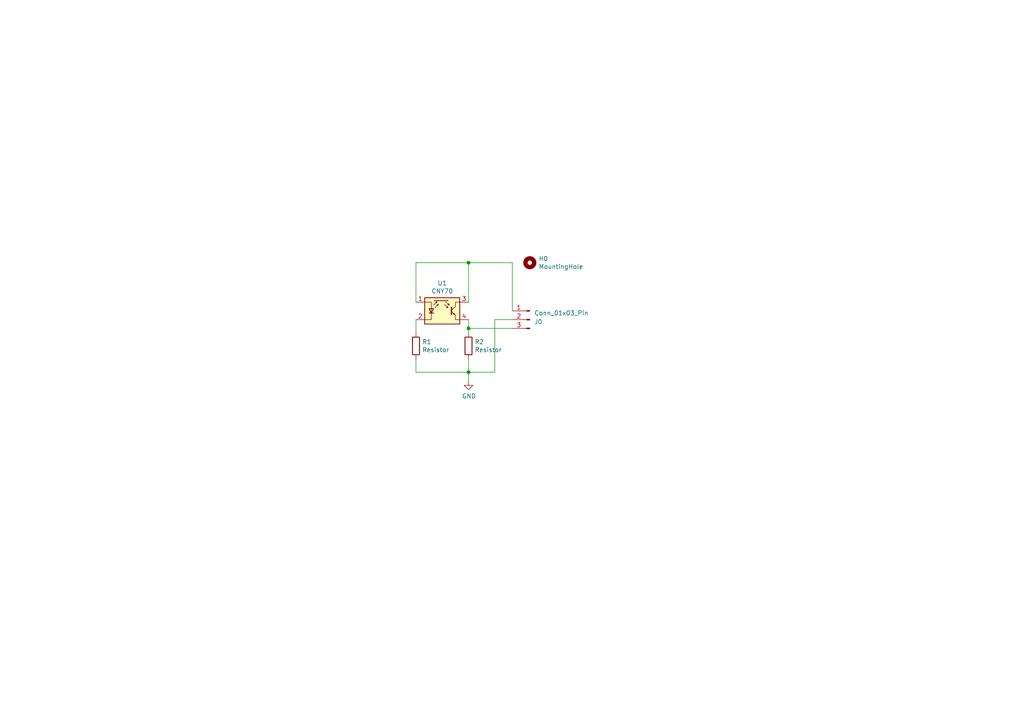
<source format=kicad_sch>
(kicad_sch (version 20230121) (generator eeschema)
  (paper "A4")
  (lib_symbols
    (symbol "Connector:Conn_01x03_Pin" (pin_names (offset 1.016) hide)
      (property "Reference" "J" (at 0 5.08 0))
      (property "Value" "Conn_01x03_Pin" (at 0 -5.08 0))
      (symbol "Conn_01x03_Pin_1_1"
        (polyline (pts (xy 1.27 -2.54) (xy 0.8636 -2.54)) (stroke (width 0.1524)))
        (polyline (pts (xy 1.27 0) (xy 0.8636 0)) (stroke (width 0.1524)))
        (polyline (pts (xy 1.27 2.54) (xy 0.8636 2.54)) (stroke (width 0.1524)))
        (rectangle (start 0.8636 -2.413) (end 0 -2.667) (stroke (width 0.1524)) (fill (type outline)))
        (rectangle (start 0.8636 0.127) (end 0 -0.127) (stroke (width 0.1524)) (fill (type outline)))
        (rectangle (start 0.8636 2.667) (end 0 2.413) (stroke (width 0.1524)) (fill (type outline)))
        (pin passive line (at 5.08 2.54 180) (length 3.81) (name "Pin_1") (number "1"))
        (pin passive line (at 5.08 0 180) (length 3.81) (name "Pin_2") (number "2"))
        (pin passive line (at 5.08 -2.54 180) (length 3.81) (name "Pin_3") (number "3"))
      )
    )
    (symbol "Device:R" (pin_numbers hide) (pin_names (offset 0))
      (property "Reference" "R" (at 2.032 0 90))
      (property "Value" "R" (at 0 0 90))
      (symbol "R_0_1"
        (rectangle (start -1.016 -2.54) (end 1.016 2.54) (stroke (width 0.254)))
      )
      (symbol "R_1_1"
        (pin passive line (at 0 3.81 270) (length 1.27) (name "~") (number "1"))
        (pin passive line (at 0 -3.81 90) (length 1.27) (name "~") (number "2"))
      )
    )
    (symbol "Mechanical:MountingHole" (pin_names (offset 1.016))
      (property "Reference" "H" (at 0 5.08 0))
      (property "Value" "MountingHole" (at 0 3.175 0))
      (symbol "MountingHole_0_1"
        (circle (center 0 0) (radius 1.27) (stroke (width 1.27)))
      )
    )
    (symbol "Sensor_Proximity:CNY70" (pin_names (offset 1.016) hide)
      (property "Reference" "U" (at -5.08 5.08 0))
      (property "Value" "CNY70" (at 5.08 5.08 0))
      (symbol "CNY70_0_1"
        (polyline (pts (xy -3.81 -0.635) (xy -2.54 -0.635)) (stroke (width 0.254)))
        (polyline (pts (xy -2.286 2.921) (xy -2.032 3.175)))
        (polyline (pts (xy -1.778 2.921) (xy -1.524 3.175)))
        (polyline (pts (xy -1.524 2.667) (xy -1.651 2.159)))
        (polyline (pts (xy -1.27 2.921) (xy -1.016 3.175)))
        (polyline (pts (xy -1.143 1.905) (xy -1.27 1.397)))
        (polyline (pts (xy -0.762 2.921) (xy -0.508 3.175)))
        (polyline (pts (xy -0.254 2.921) (xy 0 3.175)))
        (polyline (pts (xy 0.254 2.921) (xy 0.508 3.175)))
        (polyline (pts (xy 0.762 2.921) (xy 1.016 3.175)))
        (polyline (pts (xy 1.27 2.921) (xy 1.524 3.175)))
        (polyline (pts (xy 1.651 0.889) (xy 1.143 1.016)))
        (polyline (pts (xy 1.778 2.921) (xy -2.413 2.921)))
        (polyline (pts (xy 2.032 1.651) (xy 1.524 1.778)))
        (polyline (pts (xy 2.667 -0.127) (xy 3.81 -1.27)))
        (polyline (pts (xy 2.667 0.127) (xy 3.81 1.27)))
        (polyline (pts (xy -2.54 1.651) (xy -1.524 2.667) (xy -2.032 2.54)))
        (polyline (pts (xy -2.159 0.889) (xy -1.143 1.905) (xy -1.651 1.778)))
        (polyline (pts (xy 0.635 1.905) (xy 1.651 0.889) (xy 1.524 1.397)))
        (polyline (pts (xy 1.016 2.667) (xy 2.032 1.651) (xy 1.905 2.159)))
        (polyline (pts (xy 2.667 1.016) (xy 2.667 -1.016) (xy 2.667 -1.016)) (stroke (width 0.3556)))
        (polyline (pts (xy 3.81 -1.27) (xy 3.81 -2.54) (xy 5.08 -2.54)))
        (polyline (pts (xy 3.81 1.27) (xy 3.81 2.54) (xy 5.08 2.54)))
        (polyline (pts (xy -5.08 -2.54) (xy -3.175 -2.54) (xy -3.175 2.54) (xy -5.08 2.54)))
        (polyline (pts (xy -3.175 -0.635) (xy -3.81 0.635) (xy -2.54 0.635) (xy -3.175 -0.635)) (stroke (width 0.254)))
        (polyline (pts (xy 3.683 -1.143) (xy 3.429 -0.635) (xy 3.175 -0.889) (xy 3.683 -1.143)))
        (polyline (pts (xy -5.08 -3.81) (xy 5.08 -3.81) (xy 5.08 3.81) (xy -5.08 3.81) (xy -5.08 -3.81)) (stroke (width 0.254)) (fill (type background)))
      )
      (symbol "CNY70_1_1"
        (pin passive line (at -7.62 2.54 0) (length 2.54) (name "A") (number "1"))
        (pin passive line (at -7.62 -2.54 0) (length 2.54) (name "K") (number "2"))
        (pin open_collector line (at 7.62 2.54 180) (length 2.54) (name "C") (number "3"))
        (pin open_emitter line (at 7.62 -2.54 180) (length 2.54) (name "E") (number "4"))
      )
    )
    (symbol "power:GND" (power) (pin_names (offset 0))
      (property "Value" "GND" (at 0 -3.81 0))
      (symbol "GND_0_1"
        (polyline (pts (xy 0 0) (xy 0 -1.27) (xy 1.27 -1.27) (xy 0 -2.54) (xy -1.27 -1.27) (xy 0 -1.27)))
      )
      (symbol "GND_1_1"
        (pin power_in line (at 0 0 270) (length 0) hide (name "GND") (number "1"))
      )
    )
  )
  (junction (at 135.89 76.2))
  (junction (at 135.89 95.25))
  (junction (at 135.89 107.95))
  (wire (pts (xy 135.89 76.2) (xy 148.59 76.2)))
  (wire (pts (xy 120.65 107.95) (xy 135.89 107.95)))
  (wire (pts (xy 143.51 92.71) (xy 148.59 92.71)))
  (wire (pts (xy 120.65 87.63) (xy 120.65 76.2)))
  (wire (pts (xy 120.65 76.2) (xy 135.89 76.2)))
  (wire (pts (xy 135.89 76.2) (xy 135.89 87.63)))
  (wire (pts (xy 120.65 92.71) (xy 120.65 96.52)))
  (wire (pts (xy 135.89 107.95) (xy 135.89 110.49)))
  (wire (pts (xy 120.65 104.14) (xy 120.65 107.95)))
  (wire (pts (xy 143.51 107.95) (xy 143.51 92.71)))
  (wire (pts (xy 135.89 107.95) (xy 143.51 107.95)))
  (wire (pts (xy 135.89 95.25) (xy 135.89 96.52)))
  (wire (pts (xy 135.89 92.71) (xy 135.89 95.25)))
  (wire (pts (xy 148.59 76.2) (xy 148.59 90.17)))
  (wire (pts (xy 135.89 95.25) (xy 148.59 95.25)))
  (wire (pts (xy 135.89 104.14) (xy 135.89 107.95)))
  (symbol (lib_id "Sensor_Proximity:CNY70") (at 128.27 90.17 0) (unit 1)
    (property "Reference" "U1" (at 128.27 82.1182 0))
    (property "Value" "CNY70" (at 128.27 84.4296 0))
    (property "Footprint" "OptoDevice:Vishay_CNY70" (effects hide))
  )
  (symbol (lib_id "Device:R") (at 120.65 100.33 0) (unit 1)
    (property "Reference" "R1" (at 122.428 99.1616 0) (effects (justify left)))
    (property "Value" "Resistor" (at 122.428 101.473 0) (effects (justify left)))
    (property "Footprint" "stem_piano_footprints:R_0805_2012_1.20x1.40mm_medpad" (effects hide))
  )
  (symbol (lib_id "Device:R") (at 135.89 100.33 0) (unit 1)
    (property "Reference" "R2" (at 137.668 99.1616 0) (effects (justify left)))
    (property "Value" "Resistor" (at 137.668 101.473 0) (effects (justify left)))
    (property "Footprint" "stem_piano_footprints:R_0805_2012_1.20x1.40mm_medpad" (effects hide))
  )
  (symbol (lib_id "Mechanical:MountingHole") (at 153.67 76.2 0) (unit 1)
    (property "Reference" "H0" (at 156.21 75.0316 0) (effects (justify left)))
    (property "Value" "MountingHole" (at 156.21 77.343 0) (effects (justify left)))
    (property "Footprint" "MountingHole:MountingHole_3.5mm_Pad_TopBottom" (effects hide))
  )
  (symbol (lib_id "power:GND") (at 135.89 110.49 0) (unit 1)
    (property "Reference" "#PWR0101" (effects hide))
    (property "Value" "GND" (at 136.017 114.8842 0))
  )
  (symbol (lib_id "Connector:Conn_01x03_Pin") (at 153.67 92.71 0) (mirror y) (unit 1)
    (property "Reference" "J0" (at 154.94 93.345 0) (effects (justify right)))
    (property "Value" "Conn_01x03_Pin" (at 154.94 90.805 0) (effects (justify right)))
    (property "Footprint" "Connector_PinHeader_2.54mm:PinHeader_1x03_P2.54mm_Vertical" (effects hide))
  )
)
</source>
